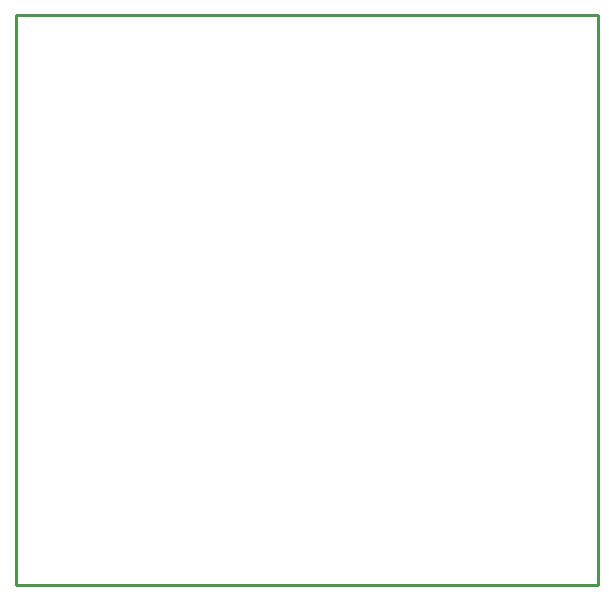
<source format=gm1>
G04*
G04 #@! TF.GenerationSoftware,Altium Limited,Altium Designer,22.9.1 (49)*
G04*
G04 Layer_Color=16711935*
%FSLAX44Y44*%
%MOMM*%
G71*
G04*
G04 #@! TF.SameCoordinates,C56BC410-7C05-4C87-A6CA-29577A5DDFC1*
G04*
G04*
G04 #@! TF.FilePolarity,Positive*
G04*
G01*
G75*
%ADD12C,0.2540*%
D12*
X322500Y617500D02*
X815000D01*
X322500Y1100000D02*
X815000D01*
Y617500D02*
Y1100000D01*
X322500Y617500D02*
Y1100000D01*
M02*

</source>
